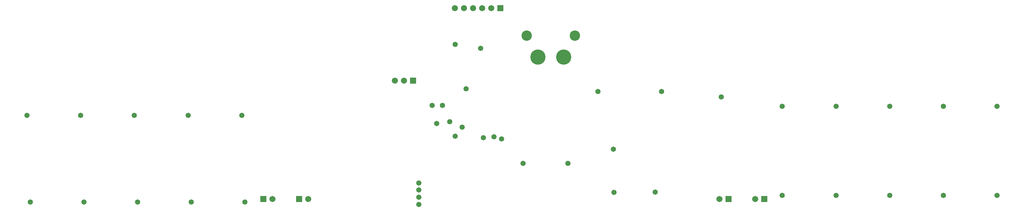
<source format=gbs>
G04*
G04 #@! TF.GenerationSoftware,Altium Limited,Altium Designer,23.10.1 (27)*
G04*
G04 Layer_Color=16711935*
%FSLAX44Y44*%
%MOMM*%
G71*
G04*
G04 #@! TF.SameCoordinates,03B978FF-55A4-44C7-B640-70ACE0D70F40*
G04*
G04*
G04 #@! TF.FilePolarity,Negative*
G04*
G01*
G75*
%ADD48C,1.7032*%
%ADD49R,1.7032X1.7032*%
%ADD50C,2.9032*%
%ADD51C,4.2532*%
%ADD52C,1.4732*%
D48*
X-332740Y372110D02*
D03*
X-307340D02*
D03*
X-674600Y40000D02*
D03*
X-165100Y575310D02*
D03*
X-139700D02*
D03*
X-114300D02*
D03*
X-88900D02*
D03*
X-63500D02*
D03*
X574600Y40000D02*
D03*
X674600D02*
D03*
X-574600D02*
D03*
D49*
X-281940Y372110D02*
D03*
X-700000Y40000D02*
D03*
X-38100Y575310D02*
D03*
X600000Y40000D02*
D03*
X700000D02*
D03*
X-600000D02*
D03*
D50*
X35560Y497840D02*
D03*
X170560D02*
D03*
D51*
X139060Y437840D02*
D03*
X67060D02*
D03*
D52*
X-265410Y45000D02*
D03*
X-133350Y349250D02*
D03*
X-215900Y251460D02*
D03*
X-92710Y462280D02*
D03*
X412750Y341630D02*
D03*
X234950D02*
D03*
X394970Y59690D02*
D03*
X279400Y58420D02*
D03*
X25400Y139700D02*
D03*
X151130D02*
D03*
X-144310Y241300D02*
D03*
X-55880Y214630D02*
D03*
X-179070Y256540D02*
D03*
X-1351270Y31270D02*
D03*
X-1360160Y274030D02*
D03*
X-1201270Y31270D02*
D03*
X-1210160Y274030D02*
D03*
X-1060160D02*
D03*
X-1051270Y31270D02*
D03*
X-910160Y274030D02*
D03*
X-901270Y31270D02*
D03*
X-760160Y274030D02*
D03*
X-751270Y31270D02*
D03*
X750000Y50000D02*
D03*
Y300000D02*
D03*
X900000Y50000D02*
D03*
Y300000D02*
D03*
X1050000Y50000D02*
D03*
Y300000D02*
D03*
X1200000D02*
D03*
Y50000D02*
D03*
X1350000Y300000D02*
D03*
Y50000D02*
D03*
X-199390Y302260D02*
D03*
X-228600D02*
D03*
X-265410Y85000D02*
D03*
Y65000D02*
D03*
X-265430Y25000D02*
D03*
X-163830Y473710D02*
D03*
Y215900D02*
D03*
X-85090Y211630D02*
D03*
X-34290Y208280D02*
D03*
X277700Y179500D02*
D03*
X579120Y326390D02*
D03*
M02*

</source>
